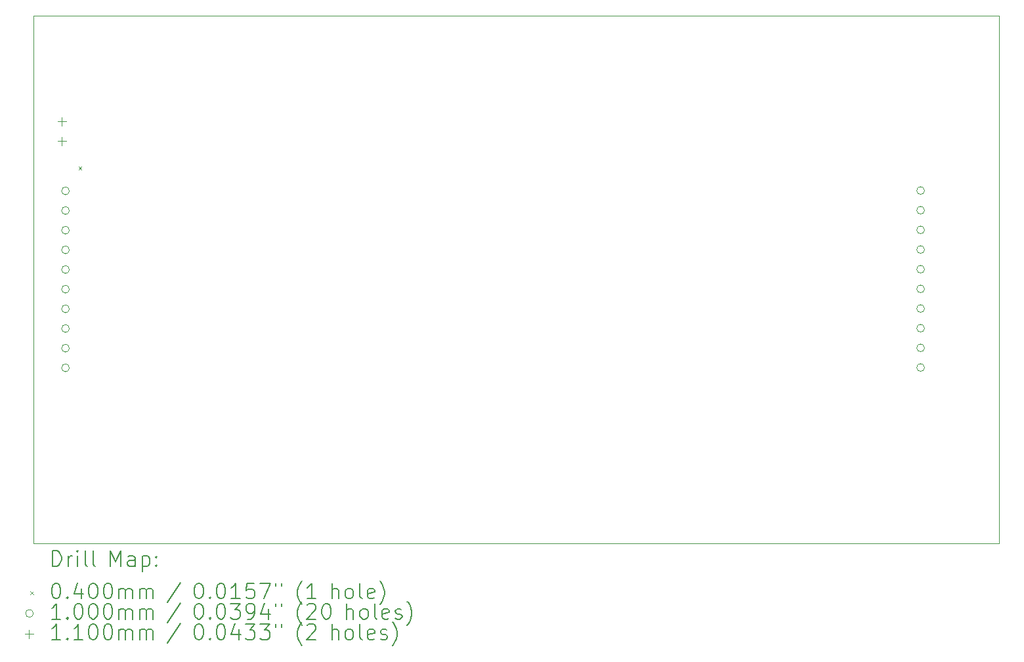
<source format=gbr>
%TF.GenerationSoftware,KiCad,Pcbnew,(7.0.0)*%
%TF.CreationDate,2023-02-28T19:32:44+01:00*%
%TF.ProjectId,Solar Cell offgrid Power,536f6c61-7220-4436-956c-6c206f666667,rev?*%
%TF.SameCoordinates,Original*%
%TF.FileFunction,Drillmap*%
%TF.FilePolarity,Positive*%
%FSLAX45Y45*%
G04 Gerber Fmt 4.5, Leading zero omitted, Abs format (unit mm)*
G04 Created by KiCad (PCBNEW (7.0.0)) date 2023-02-28 19:32:44*
%MOMM*%
%LPD*%
G01*
G04 APERTURE LIST*
%ADD10C,0.100000*%
%ADD11C,0.200000*%
%ADD12C,0.040000*%
%ADD13C,0.110000*%
G04 APERTURE END LIST*
D10*
X10919000Y-6569000D02*
X23371000Y-6569000D01*
X23371000Y-6569000D02*
X23371000Y-13378000D01*
X23371000Y-13378000D02*
X10919000Y-13378000D01*
X10919000Y-13378000D02*
X10919000Y-6569000D01*
D11*
D12*
X11497000Y-8515000D02*
X11537000Y-8555000D01*
X11537000Y-8515000D02*
X11497000Y-8555000D01*
D10*
X11379000Y-8829000D02*
G75*
G03*
X11379000Y-8829000I-50000J0D01*
G01*
X11379000Y-9083000D02*
G75*
G03*
X11379000Y-9083000I-50000J0D01*
G01*
X11379000Y-9337000D02*
G75*
G03*
X11379000Y-9337000I-50000J0D01*
G01*
X11379000Y-9591000D02*
G75*
G03*
X11379000Y-9591000I-50000J0D01*
G01*
X11379000Y-9845000D02*
G75*
G03*
X11379000Y-9845000I-50000J0D01*
G01*
X11379000Y-10099000D02*
G75*
G03*
X11379000Y-10099000I-50000J0D01*
G01*
X11379000Y-10353000D02*
G75*
G03*
X11379000Y-10353000I-50000J0D01*
G01*
X11379000Y-10607000D02*
G75*
G03*
X11379000Y-10607000I-50000J0D01*
G01*
X11379000Y-10861000D02*
G75*
G03*
X11379000Y-10861000I-50000J0D01*
G01*
X11379000Y-11115000D02*
G75*
G03*
X11379000Y-11115000I-50000J0D01*
G01*
X22408000Y-8825000D02*
G75*
G03*
X22408000Y-8825000I-50000J0D01*
G01*
X22408000Y-9079000D02*
G75*
G03*
X22408000Y-9079000I-50000J0D01*
G01*
X22408000Y-9333000D02*
G75*
G03*
X22408000Y-9333000I-50000J0D01*
G01*
X22408000Y-9587000D02*
G75*
G03*
X22408000Y-9587000I-50000J0D01*
G01*
X22408000Y-9841000D02*
G75*
G03*
X22408000Y-9841000I-50000J0D01*
G01*
X22408000Y-10095000D02*
G75*
G03*
X22408000Y-10095000I-50000J0D01*
G01*
X22408000Y-10349000D02*
G75*
G03*
X22408000Y-10349000I-50000J0D01*
G01*
X22408000Y-10603000D02*
G75*
G03*
X22408000Y-10603000I-50000J0D01*
G01*
X22408000Y-10857000D02*
G75*
G03*
X22408000Y-10857000I-50000J0D01*
G01*
X22408000Y-11111000D02*
G75*
G03*
X22408000Y-11111000I-50000J0D01*
G01*
D13*
X11283000Y-7878000D02*
X11283000Y-7988000D01*
X11228000Y-7933000D02*
X11338000Y-7933000D01*
X11283000Y-8132000D02*
X11283000Y-8242000D01*
X11228000Y-8187000D02*
X11338000Y-8187000D01*
D11*
X11161619Y-13676476D02*
X11161619Y-13476476D01*
X11161619Y-13476476D02*
X11209238Y-13476476D01*
X11209238Y-13476476D02*
X11237809Y-13486000D01*
X11237809Y-13486000D02*
X11256857Y-13505048D01*
X11256857Y-13505048D02*
X11266381Y-13524095D01*
X11266381Y-13524095D02*
X11275905Y-13562190D01*
X11275905Y-13562190D02*
X11275905Y-13590762D01*
X11275905Y-13590762D02*
X11266381Y-13628857D01*
X11266381Y-13628857D02*
X11256857Y-13647905D01*
X11256857Y-13647905D02*
X11237809Y-13666952D01*
X11237809Y-13666952D02*
X11209238Y-13676476D01*
X11209238Y-13676476D02*
X11161619Y-13676476D01*
X11361619Y-13676476D02*
X11361619Y-13543143D01*
X11361619Y-13581238D02*
X11371143Y-13562190D01*
X11371143Y-13562190D02*
X11380667Y-13552667D01*
X11380667Y-13552667D02*
X11399714Y-13543143D01*
X11399714Y-13543143D02*
X11418762Y-13543143D01*
X11485428Y-13676476D02*
X11485428Y-13543143D01*
X11485428Y-13476476D02*
X11475905Y-13486000D01*
X11475905Y-13486000D02*
X11485428Y-13495524D01*
X11485428Y-13495524D02*
X11494952Y-13486000D01*
X11494952Y-13486000D02*
X11485428Y-13476476D01*
X11485428Y-13476476D02*
X11485428Y-13495524D01*
X11609238Y-13676476D02*
X11590190Y-13666952D01*
X11590190Y-13666952D02*
X11580667Y-13647905D01*
X11580667Y-13647905D02*
X11580667Y-13476476D01*
X11714000Y-13676476D02*
X11694952Y-13666952D01*
X11694952Y-13666952D02*
X11685428Y-13647905D01*
X11685428Y-13647905D02*
X11685428Y-13476476D01*
X11910190Y-13676476D02*
X11910190Y-13476476D01*
X11910190Y-13476476D02*
X11976857Y-13619333D01*
X11976857Y-13619333D02*
X12043524Y-13476476D01*
X12043524Y-13476476D02*
X12043524Y-13676476D01*
X12224476Y-13676476D02*
X12224476Y-13571714D01*
X12224476Y-13571714D02*
X12214952Y-13552667D01*
X12214952Y-13552667D02*
X12195905Y-13543143D01*
X12195905Y-13543143D02*
X12157809Y-13543143D01*
X12157809Y-13543143D02*
X12138762Y-13552667D01*
X12224476Y-13666952D02*
X12205428Y-13676476D01*
X12205428Y-13676476D02*
X12157809Y-13676476D01*
X12157809Y-13676476D02*
X12138762Y-13666952D01*
X12138762Y-13666952D02*
X12129238Y-13647905D01*
X12129238Y-13647905D02*
X12129238Y-13628857D01*
X12129238Y-13628857D02*
X12138762Y-13609809D01*
X12138762Y-13609809D02*
X12157809Y-13600286D01*
X12157809Y-13600286D02*
X12205428Y-13600286D01*
X12205428Y-13600286D02*
X12224476Y-13590762D01*
X12319714Y-13543143D02*
X12319714Y-13743143D01*
X12319714Y-13552667D02*
X12338762Y-13543143D01*
X12338762Y-13543143D02*
X12376857Y-13543143D01*
X12376857Y-13543143D02*
X12395905Y-13552667D01*
X12395905Y-13552667D02*
X12405428Y-13562190D01*
X12405428Y-13562190D02*
X12414952Y-13581238D01*
X12414952Y-13581238D02*
X12414952Y-13638381D01*
X12414952Y-13638381D02*
X12405428Y-13657428D01*
X12405428Y-13657428D02*
X12395905Y-13666952D01*
X12395905Y-13666952D02*
X12376857Y-13676476D01*
X12376857Y-13676476D02*
X12338762Y-13676476D01*
X12338762Y-13676476D02*
X12319714Y-13666952D01*
X12500667Y-13657428D02*
X12510190Y-13666952D01*
X12510190Y-13666952D02*
X12500667Y-13676476D01*
X12500667Y-13676476D02*
X12491143Y-13666952D01*
X12491143Y-13666952D02*
X12500667Y-13657428D01*
X12500667Y-13657428D02*
X12500667Y-13676476D01*
X12500667Y-13552667D02*
X12510190Y-13562190D01*
X12510190Y-13562190D02*
X12500667Y-13571714D01*
X12500667Y-13571714D02*
X12491143Y-13562190D01*
X12491143Y-13562190D02*
X12500667Y-13552667D01*
X12500667Y-13552667D02*
X12500667Y-13571714D01*
D12*
X10874000Y-14003000D02*
X10914000Y-14043000D01*
X10914000Y-14003000D02*
X10874000Y-14043000D01*
D11*
X11199714Y-13896476D02*
X11218762Y-13896476D01*
X11218762Y-13896476D02*
X11237809Y-13906000D01*
X11237809Y-13906000D02*
X11247333Y-13915524D01*
X11247333Y-13915524D02*
X11256857Y-13934571D01*
X11256857Y-13934571D02*
X11266381Y-13972667D01*
X11266381Y-13972667D02*
X11266381Y-14020286D01*
X11266381Y-14020286D02*
X11256857Y-14058381D01*
X11256857Y-14058381D02*
X11247333Y-14077428D01*
X11247333Y-14077428D02*
X11237809Y-14086952D01*
X11237809Y-14086952D02*
X11218762Y-14096476D01*
X11218762Y-14096476D02*
X11199714Y-14096476D01*
X11199714Y-14096476D02*
X11180667Y-14086952D01*
X11180667Y-14086952D02*
X11171143Y-14077428D01*
X11171143Y-14077428D02*
X11161619Y-14058381D01*
X11161619Y-14058381D02*
X11152095Y-14020286D01*
X11152095Y-14020286D02*
X11152095Y-13972667D01*
X11152095Y-13972667D02*
X11161619Y-13934571D01*
X11161619Y-13934571D02*
X11171143Y-13915524D01*
X11171143Y-13915524D02*
X11180667Y-13906000D01*
X11180667Y-13906000D02*
X11199714Y-13896476D01*
X11352095Y-14077428D02*
X11361619Y-14086952D01*
X11361619Y-14086952D02*
X11352095Y-14096476D01*
X11352095Y-14096476D02*
X11342571Y-14086952D01*
X11342571Y-14086952D02*
X11352095Y-14077428D01*
X11352095Y-14077428D02*
X11352095Y-14096476D01*
X11533048Y-13963143D02*
X11533048Y-14096476D01*
X11485428Y-13886952D02*
X11437809Y-14029809D01*
X11437809Y-14029809D02*
X11561619Y-14029809D01*
X11675905Y-13896476D02*
X11694952Y-13896476D01*
X11694952Y-13896476D02*
X11714000Y-13906000D01*
X11714000Y-13906000D02*
X11723524Y-13915524D01*
X11723524Y-13915524D02*
X11733048Y-13934571D01*
X11733048Y-13934571D02*
X11742571Y-13972667D01*
X11742571Y-13972667D02*
X11742571Y-14020286D01*
X11742571Y-14020286D02*
X11733048Y-14058381D01*
X11733048Y-14058381D02*
X11723524Y-14077428D01*
X11723524Y-14077428D02*
X11714000Y-14086952D01*
X11714000Y-14086952D02*
X11694952Y-14096476D01*
X11694952Y-14096476D02*
X11675905Y-14096476D01*
X11675905Y-14096476D02*
X11656857Y-14086952D01*
X11656857Y-14086952D02*
X11647333Y-14077428D01*
X11647333Y-14077428D02*
X11637809Y-14058381D01*
X11637809Y-14058381D02*
X11628286Y-14020286D01*
X11628286Y-14020286D02*
X11628286Y-13972667D01*
X11628286Y-13972667D02*
X11637809Y-13934571D01*
X11637809Y-13934571D02*
X11647333Y-13915524D01*
X11647333Y-13915524D02*
X11656857Y-13906000D01*
X11656857Y-13906000D02*
X11675905Y-13896476D01*
X11866381Y-13896476D02*
X11885429Y-13896476D01*
X11885429Y-13896476D02*
X11904476Y-13906000D01*
X11904476Y-13906000D02*
X11914000Y-13915524D01*
X11914000Y-13915524D02*
X11923524Y-13934571D01*
X11923524Y-13934571D02*
X11933048Y-13972667D01*
X11933048Y-13972667D02*
X11933048Y-14020286D01*
X11933048Y-14020286D02*
X11923524Y-14058381D01*
X11923524Y-14058381D02*
X11914000Y-14077428D01*
X11914000Y-14077428D02*
X11904476Y-14086952D01*
X11904476Y-14086952D02*
X11885429Y-14096476D01*
X11885429Y-14096476D02*
X11866381Y-14096476D01*
X11866381Y-14096476D02*
X11847333Y-14086952D01*
X11847333Y-14086952D02*
X11837809Y-14077428D01*
X11837809Y-14077428D02*
X11828286Y-14058381D01*
X11828286Y-14058381D02*
X11818762Y-14020286D01*
X11818762Y-14020286D02*
X11818762Y-13972667D01*
X11818762Y-13972667D02*
X11828286Y-13934571D01*
X11828286Y-13934571D02*
X11837809Y-13915524D01*
X11837809Y-13915524D02*
X11847333Y-13906000D01*
X11847333Y-13906000D02*
X11866381Y-13896476D01*
X12018762Y-14096476D02*
X12018762Y-13963143D01*
X12018762Y-13982190D02*
X12028286Y-13972667D01*
X12028286Y-13972667D02*
X12047333Y-13963143D01*
X12047333Y-13963143D02*
X12075905Y-13963143D01*
X12075905Y-13963143D02*
X12094952Y-13972667D01*
X12094952Y-13972667D02*
X12104476Y-13991714D01*
X12104476Y-13991714D02*
X12104476Y-14096476D01*
X12104476Y-13991714D02*
X12114000Y-13972667D01*
X12114000Y-13972667D02*
X12133048Y-13963143D01*
X12133048Y-13963143D02*
X12161619Y-13963143D01*
X12161619Y-13963143D02*
X12180667Y-13972667D01*
X12180667Y-13972667D02*
X12190190Y-13991714D01*
X12190190Y-13991714D02*
X12190190Y-14096476D01*
X12285429Y-14096476D02*
X12285429Y-13963143D01*
X12285429Y-13982190D02*
X12294952Y-13972667D01*
X12294952Y-13972667D02*
X12314000Y-13963143D01*
X12314000Y-13963143D02*
X12342571Y-13963143D01*
X12342571Y-13963143D02*
X12361619Y-13972667D01*
X12361619Y-13972667D02*
X12371143Y-13991714D01*
X12371143Y-13991714D02*
X12371143Y-14096476D01*
X12371143Y-13991714D02*
X12380667Y-13972667D01*
X12380667Y-13972667D02*
X12399714Y-13963143D01*
X12399714Y-13963143D02*
X12428286Y-13963143D01*
X12428286Y-13963143D02*
X12447333Y-13972667D01*
X12447333Y-13972667D02*
X12456857Y-13991714D01*
X12456857Y-13991714D02*
X12456857Y-14096476D01*
X12814952Y-13886952D02*
X12643524Y-14144095D01*
X13039714Y-13896476D02*
X13058762Y-13896476D01*
X13058762Y-13896476D02*
X13077810Y-13906000D01*
X13077810Y-13906000D02*
X13087333Y-13915524D01*
X13087333Y-13915524D02*
X13096857Y-13934571D01*
X13096857Y-13934571D02*
X13106381Y-13972667D01*
X13106381Y-13972667D02*
X13106381Y-14020286D01*
X13106381Y-14020286D02*
X13096857Y-14058381D01*
X13096857Y-14058381D02*
X13087333Y-14077428D01*
X13087333Y-14077428D02*
X13077810Y-14086952D01*
X13077810Y-14086952D02*
X13058762Y-14096476D01*
X13058762Y-14096476D02*
X13039714Y-14096476D01*
X13039714Y-14096476D02*
X13020667Y-14086952D01*
X13020667Y-14086952D02*
X13011143Y-14077428D01*
X13011143Y-14077428D02*
X13001619Y-14058381D01*
X13001619Y-14058381D02*
X12992095Y-14020286D01*
X12992095Y-14020286D02*
X12992095Y-13972667D01*
X12992095Y-13972667D02*
X13001619Y-13934571D01*
X13001619Y-13934571D02*
X13011143Y-13915524D01*
X13011143Y-13915524D02*
X13020667Y-13906000D01*
X13020667Y-13906000D02*
X13039714Y-13896476D01*
X13192095Y-14077428D02*
X13201619Y-14086952D01*
X13201619Y-14086952D02*
X13192095Y-14096476D01*
X13192095Y-14096476D02*
X13182571Y-14086952D01*
X13182571Y-14086952D02*
X13192095Y-14077428D01*
X13192095Y-14077428D02*
X13192095Y-14096476D01*
X13325429Y-13896476D02*
X13344476Y-13896476D01*
X13344476Y-13896476D02*
X13363524Y-13906000D01*
X13363524Y-13906000D02*
X13373048Y-13915524D01*
X13373048Y-13915524D02*
X13382571Y-13934571D01*
X13382571Y-13934571D02*
X13392095Y-13972667D01*
X13392095Y-13972667D02*
X13392095Y-14020286D01*
X13392095Y-14020286D02*
X13382571Y-14058381D01*
X13382571Y-14058381D02*
X13373048Y-14077428D01*
X13373048Y-14077428D02*
X13363524Y-14086952D01*
X13363524Y-14086952D02*
X13344476Y-14096476D01*
X13344476Y-14096476D02*
X13325429Y-14096476D01*
X13325429Y-14096476D02*
X13306381Y-14086952D01*
X13306381Y-14086952D02*
X13296857Y-14077428D01*
X13296857Y-14077428D02*
X13287333Y-14058381D01*
X13287333Y-14058381D02*
X13277810Y-14020286D01*
X13277810Y-14020286D02*
X13277810Y-13972667D01*
X13277810Y-13972667D02*
X13287333Y-13934571D01*
X13287333Y-13934571D02*
X13296857Y-13915524D01*
X13296857Y-13915524D02*
X13306381Y-13906000D01*
X13306381Y-13906000D02*
X13325429Y-13896476D01*
X13582571Y-14096476D02*
X13468286Y-14096476D01*
X13525429Y-14096476D02*
X13525429Y-13896476D01*
X13525429Y-13896476D02*
X13506381Y-13925048D01*
X13506381Y-13925048D02*
X13487333Y-13944095D01*
X13487333Y-13944095D02*
X13468286Y-13953619D01*
X13763524Y-13896476D02*
X13668286Y-13896476D01*
X13668286Y-13896476D02*
X13658762Y-13991714D01*
X13658762Y-13991714D02*
X13668286Y-13982190D01*
X13668286Y-13982190D02*
X13687333Y-13972667D01*
X13687333Y-13972667D02*
X13734952Y-13972667D01*
X13734952Y-13972667D02*
X13754000Y-13982190D01*
X13754000Y-13982190D02*
X13763524Y-13991714D01*
X13763524Y-13991714D02*
X13773048Y-14010762D01*
X13773048Y-14010762D02*
X13773048Y-14058381D01*
X13773048Y-14058381D02*
X13763524Y-14077428D01*
X13763524Y-14077428D02*
X13754000Y-14086952D01*
X13754000Y-14086952D02*
X13734952Y-14096476D01*
X13734952Y-14096476D02*
X13687333Y-14096476D01*
X13687333Y-14096476D02*
X13668286Y-14086952D01*
X13668286Y-14086952D02*
X13658762Y-14077428D01*
X13839714Y-13896476D02*
X13973048Y-13896476D01*
X13973048Y-13896476D02*
X13887333Y-14096476D01*
X14039714Y-13896476D02*
X14039714Y-13934571D01*
X14115905Y-13896476D02*
X14115905Y-13934571D01*
X14378762Y-14172667D02*
X14369238Y-14163143D01*
X14369238Y-14163143D02*
X14350191Y-14134571D01*
X14350191Y-14134571D02*
X14340667Y-14115524D01*
X14340667Y-14115524D02*
X14331143Y-14086952D01*
X14331143Y-14086952D02*
X14321619Y-14039333D01*
X14321619Y-14039333D02*
X14321619Y-14001238D01*
X14321619Y-14001238D02*
X14331143Y-13953619D01*
X14331143Y-13953619D02*
X14340667Y-13925048D01*
X14340667Y-13925048D02*
X14350191Y-13906000D01*
X14350191Y-13906000D02*
X14369238Y-13877428D01*
X14369238Y-13877428D02*
X14378762Y-13867905D01*
X14559714Y-14096476D02*
X14445429Y-14096476D01*
X14502571Y-14096476D02*
X14502571Y-13896476D01*
X14502571Y-13896476D02*
X14483524Y-13925048D01*
X14483524Y-13925048D02*
X14464476Y-13944095D01*
X14464476Y-13944095D02*
X14445429Y-13953619D01*
X14765429Y-14096476D02*
X14765429Y-13896476D01*
X14851143Y-14096476D02*
X14851143Y-13991714D01*
X14851143Y-13991714D02*
X14841619Y-13972667D01*
X14841619Y-13972667D02*
X14822572Y-13963143D01*
X14822572Y-13963143D02*
X14794000Y-13963143D01*
X14794000Y-13963143D02*
X14774952Y-13972667D01*
X14774952Y-13972667D02*
X14765429Y-13982190D01*
X14974952Y-14096476D02*
X14955905Y-14086952D01*
X14955905Y-14086952D02*
X14946381Y-14077428D01*
X14946381Y-14077428D02*
X14936857Y-14058381D01*
X14936857Y-14058381D02*
X14936857Y-14001238D01*
X14936857Y-14001238D02*
X14946381Y-13982190D01*
X14946381Y-13982190D02*
X14955905Y-13972667D01*
X14955905Y-13972667D02*
X14974952Y-13963143D01*
X14974952Y-13963143D02*
X15003524Y-13963143D01*
X15003524Y-13963143D02*
X15022572Y-13972667D01*
X15022572Y-13972667D02*
X15032095Y-13982190D01*
X15032095Y-13982190D02*
X15041619Y-14001238D01*
X15041619Y-14001238D02*
X15041619Y-14058381D01*
X15041619Y-14058381D02*
X15032095Y-14077428D01*
X15032095Y-14077428D02*
X15022572Y-14086952D01*
X15022572Y-14086952D02*
X15003524Y-14096476D01*
X15003524Y-14096476D02*
X14974952Y-14096476D01*
X15155905Y-14096476D02*
X15136857Y-14086952D01*
X15136857Y-14086952D02*
X15127333Y-14067905D01*
X15127333Y-14067905D02*
X15127333Y-13896476D01*
X15308286Y-14086952D02*
X15289238Y-14096476D01*
X15289238Y-14096476D02*
X15251143Y-14096476D01*
X15251143Y-14096476D02*
X15232095Y-14086952D01*
X15232095Y-14086952D02*
X15222572Y-14067905D01*
X15222572Y-14067905D02*
X15222572Y-13991714D01*
X15222572Y-13991714D02*
X15232095Y-13972667D01*
X15232095Y-13972667D02*
X15251143Y-13963143D01*
X15251143Y-13963143D02*
X15289238Y-13963143D01*
X15289238Y-13963143D02*
X15308286Y-13972667D01*
X15308286Y-13972667D02*
X15317810Y-13991714D01*
X15317810Y-13991714D02*
X15317810Y-14010762D01*
X15317810Y-14010762D02*
X15222572Y-14029809D01*
X15384476Y-14172667D02*
X15394000Y-14163143D01*
X15394000Y-14163143D02*
X15413048Y-14134571D01*
X15413048Y-14134571D02*
X15422572Y-14115524D01*
X15422572Y-14115524D02*
X15432095Y-14086952D01*
X15432095Y-14086952D02*
X15441619Y-14039333D01*
X15441619Y-14039333D02*
X15441619Y-14001238D01*
X15441619Y-14001238D02*
X15432095Y-13953619D01*
X15432095Y-13953619D02*
X15422572Y-13925048D01*
X15422572Y-13925048D02*
X15413048Y-13906000D01*
X15413048Y-13906000D02*
X15394000Y-13877428D01*
X15394000Y-13877428D02*
X15384476Y-13867905D01*
D10*
X10914000Y-14287000D02*
G75*
G03*
X10914000Y-14287000I-50000J0D01*
G01*
D11*
X11266381Y-14360476D02*
X11152095Y-14360476D01*
X11209238Y-14360476D02*
X11209238Y-14160476D01*
X11209238Y-14160476D02*
X11190190Y-14189048D01*
X11190190Y-14189048D02*
X11171143Y-14208095D01*
X11171143Y-14208095D02*
X11152095Y-14217619D01*
X11352095Y-14341428D02*
X11361619Y-14350952D01*
X11361619Y-14350952D02*
X11352095Y-14360476D01*
X11352095Y-14360476D02*
X11342571Y-14350952D01*
X11342571Y-14350952D02*
X11352095Y-14341428D01*
X11352095Y-14341428D02*
X11352095Y-14360476D01*
X11485428Y-14160476D02*
X11504476Y-14160476D01*
X11504476Y-14160476D02*
X11523524Y-14170000D01*
X11523524Y-14170000D02*
X11533048Y-14179524D01*
X11533048Y-14179524D02*
X11542571Y-14198571D01*
X11542571Y-14198571D02*
X11552095Y-14236667D01*
X11552095Y-14236667D02*
X11552095Y-14284286D01*
X11552095Y-14284286D02*
X11542571Y-14322381D01*
X11542571Y-14322381D02*
X11533048Y-14341428D01*
X11533048Y-14341428D02*
X11523524Y-14350952D01*
X11523524Y-14350952D02*
X11504476Y-14360476D01*
X11504476Y-14360476D02*
X11485428Y-14360476D01*
X11485428Y-14360476D02*
X11466381Y-14350952D01*
X11466381Y-14350952D02*
X11456857Y-14341428D01*
X11456857Y-14341428D02*
X11447333Y-14322381D01*
X11447333Y-14322381D02*
X11437809Y-14284286D01*
X11437809Y-14284286D02*
X11437809Y-14236667D01*
X11437809Y-14236667D02*
X11447333Y-14198571D01*
X11447333Y-14198571D02*
X11456857Y-14179524D01*
X11456857Y-14179524D02*
X11466381Y-14170000D01*
X11466381Y-14170000D02*
X11485428Y-14160476D01*
X11675905Y-14160476D02*
X11694952Y-14160476D01*
X11694952Y-14160476D02*
X11714000Y-14170000D01*
X11714000Y-14170000D02*
X11723524Y-14179524D01*
X11723524Y-14179524D02*
X11733048Y-14198571D01*
X11733048Y-14198571D02*
X11742571Y-14236667D01*
X11742571Y-14236667D02*
X11742571Y-14284286D01*
X11742571Y-14284286D02*
X11733048Y-14322381D01*
X11733048Y-14322381D02*
X11723524Y-14341428D01*
X11723524Y-14341428D02*
X11714000Y-14350952D01*
X11714000Y-14350952D02*
X11694952Y-14360476D01*
X11694952Y-14360476D02*
X11675905Y-14360476D01*
X11675905Y-14360476D02*
X11656857Y-14350952D01*
X11656857Y-14350952D02*
X11647333Y-14341428D01*
X11647333Y-14341428D02*
X11637809Y-14322381D01*
X11637809Y-14322381D02*
X11628286Y-14284286D01*
X11628286Y-14284286D02*
X11628286Y-14236667D01*
X11628286Y-14236667D02*
X11637809Y-14198571D01*
X11637809Y-14198571D02*
X11647333Y-14179524D01*
X11647333Y-14179524D02*
X11656857Y-14170000D01*
X11656857Y-14170000D02*
X11675905Y-14160476D01*
X11866381Y-14160476D02*
X11885429Y-14160476D01*
X11885429Y-14160476D02*
X11904476Y-14170000D01*
X11904476Y-14170000D02*
X11914000Y-14179524D01*
X11914000Y-14179524D02*
X11923524Y-14198571D01*
X11923524Y-14198571D02*
X11933048Y-14236667D01*
X11933048Y-14236667D02*
X11933048Y-14284286D01*
X11933048Y-14284286D02*
X11923524Y-14322381D01*
X11923524Y-14322381D02*
X11914000Y-14341428D01*
X11914000Y-14341428D02*
X11904476Y-14350952D01*
X11904476Y-14350952D02*
X11885429Y-14360476D01*
X11885429Y-14360476D02*
X11866381Y-14360476D01*
X11866381Y-14360476D02*
X11847333Y-14350952D01*
X11847333Y-14350952D02*
X11837809Y-14341428D01*
X11837809Y-14341428D02*
X11828286Y-14322381D01*
X11828286Y-14322381D02*
X11818762Y-14284286D01*
X11818762Y-14284286D02*
X11818762Y-14236667D01*
X11818762Y-14236667D02*
X11828286Y-14198571D01*
X11828286Y-14198571D02*
X11837809Y-14179524D01*
X11837809Y-14179524D02*
X11847333Y-14170000D01*
X11847333Y-14170000D02*
X11866381Y-14160476D01*
X12018762Y-14360476D02*
X12018762Y-14227143D01*
X12018762Y-14246190D02*
X12028286Y-14236667D01*
X12028286Y-14236667D02*
X12047333Y-14227143D01*
X12047333Y-14227143D02*
X12075905Y-14227143D01*
X12075905Y-14227143D02*
X12094952Y-14236667D01*
X12094952Y-14236667D02*
X12104476Y-14255714D01*
X12104476Y-14255714D02*
X12104476Y-14360476D01*
X12104476Y-14255714D02*
X12114000Y-14236667D01*
X12114000Y-14236667D02*
X12133048Y-14227143D01*
X12133048Y-14227143D02*
X12161619Y-14227143D01*
X12161619Y-14227143D02*
X12180667Y-14236667D01*
X12180667Y-14236667D02*
X12190190Y-14255714D01*
X12190190Y-14255714D02*
X12190190Y-14360476D01*
X12285429Y-14360476D02*
X12285429Y-14227143D01*
X12285429Y-14246190D02*
X12294952Y-14236667D01*
X12294952Y-14236667D02*
X12314000Y-14227143D01*
X12314000Y-14227143D02*
X12342571Y-14227143D01*
X12342571Y-14227143D02*
X12361619Y-14236667D01*
X12361619Y-14236667D02*
X12371143Y-14255714D01*
X12371143Y-14255714D02*
X12371143Y-14360476D01*
X12371143Y-14255714D02*
X12380667Y-14236667D01*
X12380667Y-14236667D02*
X12399714Y-14227143D01*
X12399714Y-14227143D02*
X12428286Y-14227143D01*
X12428286Y-14227143D02*
X12447333Y-14236667D01*
X12447333Y-14236667D02*
X12456857Y-14255714D01*
X12456857Y-14255714D02*
X12456857Y-14360476D01*
X12814952Y-14150952D02*
X12643524Y-14408095D01*
X13039714Y-14160476D02*
X13058762Y-14160476D01*
X13058762Y-14160476D02*
X13077810Y-14170000D01*
X13077810Y-14170000D02*
X13087333Y-14179524D01*
X13087333Y-14179524D02*
X13096857Y-14198571D01*
X13096857Y-14198571D02*
X13106381Y-14236667D01*
X13106381Y-14236667D02*
X13106381Y-14284286D01*
X13106381Y-14284286D02*
X13096857Y-14322381D01*
X13096857Y-14322381D02*
X13087333Y-14341428D01*
X13087333Y-14341428D02*
X13077810Y-14350952D01*
X13077810Y-14350952D02*
X13058762Y-14360476D01*
X13058762Y-14360476D02*
X13039714Y-14360476D01*
X13039714Y-14360476D02*
X13020667Y-14350952D01*
X13020667Y-14350952D02*
X13011143Y-14341428D01*
X13011143Y-14341428D02*
X13001619Y-14322381D01*
X13001619Y-14322381D02*
X12992095Y-14284286D01*
X12992095Y-14284286D02*
X12992095Y-14236667D01*
X12992095Y-14236667D02*
X13001619Y-14198571D01*
X13001619Y-14198571D02*
X13011143Y-14179524D01*
X13011143Y-14179524D02*
X13020667Y-14170000D01*
X13020667Y-14170000D02*
X13039714Y-14160476D01*
X13192095Y-14341428D02*
X13201619Y-14350952D01*
X13201619Y-14350952D02*
X13192095Y-14360476D01*
X13192095Y-14360476D02*
X13182571Y-14350952D01*
X13182571Y-14350952D02*
X13192095Y-14341428D01*
X13192095Y-14341428D02*
X13192095Y-14360476D01*
X13325429Y-14160476D02*
X13344476Y-14160476D01*
X13344476Y-14160476D02*
X13363524Y-14170000D01*
X13363524Y-14170000D02*
X13373048Y-14179524D01*
X13373048Y-14179524D02*
X13382571Y-14198571D01*
X13382571Y-14198571D02*
X13392095Y-14236667D01*
X13392095Y-14236667D02*
X13392095Y-14284286D01*
X13392095Y-14284286D02*
X13382571Y-14322381D01*
X13382571Y-14322381D02*
X13373048Y-14341428D01*
X13373048Y-14341428D02*
X13363524Y-14350952D01*
X13363524Y-14350952D02*
X13344476Y-14360476D01*
X13344476Y-14360476D02*
X13325429Y-14360476D01*
X13325429Y-14360476D02*
X13306381Y-14350952D01*
X13306381Y-14350952D02*
X13296857Y-14341428D01*
X13296857Y-14341428D02*
X13287333Y-14322381D01*
X13287333Y-14322381D02*
X13277810Y-14284286D01*
X13277810Y-14284286D02*
X13277810Y-14236667D01*
X13277810Y-14236667D02*
X13287333Y-14198571D01*
X13287333Y-14198571D02*
X13296857Y-14179524D01*
X13296857Y-14179524D02*
X13306381Y-14170000D01*
X13306381Y-14170000D02*
X13325429Y-14160476D01*
X13458762Y-14160476D02*
X13582571Y-14160476D01*
X13582571Y-14160476D02*
X13515905Y-14236667D01*
X13515905Y-14236667D02*
X13544476Y-14236667D01*
X13544476Y-14236667D02*
X13563524Y-14246190D01*
X13563524Y-14246190D02*
X13573048Y-14255714D01*
X13573048Y-14255714D02*
X13582571Y-14274762D01*
X13582571Y-14274762D02*
X13582571Y-14322381D01*
X13582571Y-14322381D02*
X13573048Y-14341428D01*
X13573048Y-14341428D02*
X13563524Y-14350952D01*
X13563524Y-14350952D02*
X13544476Y-14360476D01*
X13544476Y-14360476D02*
X13487333Y-14360476D01*
X13487333Y-14360476D02*
X13468286Y-14350952D01*
X13468286Y-14350952D02*
X13458762Y-14341428D01*
X13677810Y-14360476D02*
X13715905Y-14360476D01*
X13715905Y-14360476D02*
X13734952Y-14350952D01*
X13734952Y-14350952D02*
X13744476Y-14341428D01*
X13744476Y-14341428D02*
X13763524Y-14312857D01*
X13763524Y-14312857D02*
X13773048Y-14274762D01*
X13773048Y-14274762D02*
X13773048Y-14198571D01*
X13773048Y-14198571D02*
X13763524Y-14179524D01*
X13763524Y-14179524D02*
X13754000Y-14170000D01*
X13754000Y-14170000D02*
X13734952Y-14160476D01*
X13734952Y-14160476D02*
X13696857Y-14160476D01*
X13696857Y-14160476D02*
X13677810Y-14170000D01*
X13677810Y-14170000D02*
X13668286Y-14179524D01*
X13668286Y-14179524D02*
X13658762Y-14198571D01*
X13658762Y-14198571D02*
X13658762Y-14246190D01*
X13658762Y-14246190D02*
X13668286Y-14265238D01*
X13668286Y-14265238D02*
X13677810Y-14274762D01*
X13677810Y-14274762D02*
X13696857Y-14284286D01*
X13696857Y-14284286D02*
X13734952Y-14284286D01*
X13734952Y-14284286D02*
X13754000Y-14274762D01*
X13754000Y-14274762D02*
X13763524Y-14265238D01*
X13763524Y-14265238D02*
X13773048Y-14246190D01*
X13944476Y-14227143D02*
X13944476Y-14360476D01*
X13896857Y-14150952D02*
X13849238Y-14293809D01*
X13849238Y-14293809D02*
X13973048Y-14293809D01*
X14039714Y-14160476D02*
X14039714Y-14198571D01*
X14115905Y-14160476D02*
X14115905Y-14198571D01*
X14378762Y-14436667D02*
X14369238Y-14427143D01*
X14369238Y-14427143D02*
X14350191Y-14398571D01*
X14350191Y-14398571D02*
X14340667Y-14379524D01*
X14340667Y-14379524D02*
X14331143Y-14350952D01*
X14331143Y-14350952D02*
X14321619Y-14303333D01*
X14321619Y-14303333D02*
X14321619Y-14265238D01*
X14321619Y-14265238D02*
X14331143Y-14217619D01*
X14331143Y-14217619D02*
X14340667Y-14189048D01*
X14340667Y-14189048D02*
X14350191Y-14170000D01*
X14350191Y-14170000D02*
X14369238Y-14141428D01*
X14369238Y-14141428D02*
X14378762Y-14131905D01*
X14445429Y-14179524D02*
X14454952Y-14170000D01*
X14454952Y-14170000D02*
X14474000Y-14160476D01*
X14474000Y-14160476D02*
X14521619Y-14160476D01*
X14521619Y-14160476D02*
X14540667Y-14170000D01*
X14540667Y-14170000D02*
X14550191Y-14179524D01*
X14550191Y-14179524D02*
X14559714Y-14198571D01*
X14559714Y-14198571D02*
X14559714Y-14217619D01*
X14559714Y-14217619D02*
X14550191Y-14246190D01*
X14550191Y-14246190D02*
X14435905Y-14360476D01*
X14435905Y-14360476D02*
X14559714Y-14360476D01*
X14683524Y-14160476D02*
X14702572Y-14160476D01*
X14702572Y-14160476D02*
X14721619Y-14170000D01*
X14721619Y-14170000D02*
X14731143Y-14179524D01*
X14731143Y-14179524D02*
X14740667Y-14198571D01*
X14740667Y-14198571D02*
X14750191Y-14236667D01*
X14750191Y-14236667D02*
X14750191Y-14284286D01*
X14750191Y-14284286D02*
X14740667Y-14322381D01*
X14740667Y-14322381D02*
X14731143Y-14341428D01*
X14731143Y-14341428D02*
X14721619Y-14350952D01*
X14721619Y-14350952D02*
X14702572Y-14360476D01*
X14702572Y-14360476D02*
X14683524Y-14360476D01*
X14683524Y-14360476D02*
X14664476Y-14350952D01*
X14664476Y-14350952D02*
X14654952Y-14341428D01*
X14654952Y-14341428D02*
X14645429Y-14322381D01*
X14645429Y-14322381D02*
X14635905Y-14284286D01*
X14635905Y-14284286D02*
X14635905Y-14236667D01*
X14635905Y-14236667D02*
X14645429Y-14198571D01*
X14645429Y-14198571D02*
X14654952Y-14179524D01*
X14654952Y-14179524D02*
X14664476Y-14170000D01*
X14664476Y-14170000D02*
X14683524Y-14160476D01*
X14955905Y-14360476D02*
X14955905Y-14160476D01*
X15041619Y-14360476D02*
X15041619Y-14255714D01*
X15041619Y-14255714D02*
X15032095Y-14236667D01*
X15032095Y-14236667D02*
X15013048Y-14227143D01*
X15013048Y-14227143D02*
X14984476Y-14227143D01*
X14984476Y-14227143D02*
X14965429Y-14236667D01*
X14965429Y-14236667D02*
X14955905Y-14246190D01*
X15165429Y-14360476D02*
X15146381Y-14350952D01*
X15146381Y-14350952D02*
X15136857Y-14341428D01*
X15136857Y-14341428D02*
X15127333Y-14322381D01*
X15127333Y-14322381D02*
X15127333Y-14265238D01*
X15127333Y-14265238D02*
X15136857Y-14246190D01*
X15136857Y-14246190D02*
X15146381Y-14236667D01*
X15146381Y-14236667D02*
X15165429Y-14227143D01*
X15165429Y-14227143D02*
X15194000Y-14227143D01*
X15194000Y-14227143D02*
X15213048Y-14236667D01*
X15213048Y-14236667D02*
X15222572Y-14246190D01*
X15222572Y-14246190D02*
X15232095Y-14265238D01*
X15232095Y-14265238D02*
X15232095Y-14322381D01*
X15232095Y-14322381D02*
X15222572Y-14341428D01*
X15222572Y-14341428D02*
X15213048Y-14350952D01*
X15213048Y-14350952D02*
X15194000Y-14360476D01*
X15194000Y-14360476D02*
X15165429Y-14360476D01*
X15346381Y-14360476D02*
X15327333Y-14350952D01*
X15327333Y-14350952D02*
X15317810Y-14331905D01*
X15317810Y-14331905D02*
X15317810Y-14160476D01*
X15498762Y-14350952D02*
X15479714Y-14360476D01*
X15479714Y-14360476D02*
X15441619Y-14360476D01*
X15441619Y-14360476D02*
X15422572Y-14350952D01*
X15422572Y-14350952D02*
X15413048Y-14331905D01*
X15413048Y-14331905D02*
X15413048Y-14255714D01*
X15413048Y-14255714D02*
X15422572Y-14236667D01*
X15422572Y-14236667D02*
X15441619Y-14227143D01*
X15441619Y-14227143D02*
X15479714Y-14227143D01*
X15479714Y-14227143D02*
X15498762Y-14236667D01*
X15498762Y-14236667D02*
X15508286Y-14255714D01*
X15508286Y-14255714D02*
X15508286Y-14274762D01*
X15508286Y-14274762D02*
X15413048Y-14293809D01*
X15584476Y-14350952D02*
X15603524Y-14360476D01*
X15603524Y-14360476D02*
X15641619Y-14360476D01*
X15641619Y-14360476D02*
X15660667Y-14350952D01*
X15660667Y-14350952D02*
X15670191Y-14331905D01*
X15670191Y-14331905D02*
X15670191Y-14322381D01*
X15670191Y-14322381D02*
X15660667Y-14303333D01*
X15660667Y-14303333D02*
X15641619Y-14293809D01*
X15641619Y-14293809D02*
X15613048Y-14293809D01*
X15613048Y-14293809D02*
X15594000Y-14284286D01*
X15594000Y-14284286D02*
X15584476Y-14265238D01*
X15584476Y-14265238D02*
X15584476Y-14255714D01*
X15584476Y-14255714D02*
X15594000Y-14236667D01*
X15594000Y-14236667D02*
X15613048Y-14227143D01*
X15613048Y-14227143D02*
X15641619Y-14227143D01*
X15641619Y-14227143D02*
X15660667Y-14236667D01*
X15736857Y-14436667D02*
X15746381Y-14427143D01*
X15746381Y-14427143D02*
X15765429Y-14398571D01*
X15765429Y-14398571D02*
X15774953Y-14379524D01*
X15774953Y-14379524D02*
X15784476Y-14350952D01*
X15784476Y-14350952D02*
X15794000Y-14303333D01*
X15794000Y-14303333D02*
X15794000Y-14265238D01*
X15794000Y-14265238D02*
X15784476Y-14217619D01*
X15784476Y-14217619D02*
X15774953Y-14189048D01*
X15774953Y-14189048D02*
X15765429Y-14170000D01*
X15765429Y-14170000D02*
X15746381Y-14141428D01*
X15746381Y-14141428D02*
X15736857Y-14131905D01*
D13*
X10859000Y-14496000D02*
X10859000Y-14606000D01*
X10804000Y-14551000D02*
X10914000Y-14551000D01*
D11*
X11266381Y-14624476D02*
X11152095Y-14624476D01*
X11209238Y-14624476D02*
X11209238Y-14424476D01*
X11209238Y-14424476D02*
X11190190Y-14453048D01*
X11190190Y-14453048D02*
X11171143Y-14472095D01*
X11171143Y-14472095D02*
X11152095Y-14481619D01*
X11352095Y-14605428D02*
X11361619Y-14614952D01*
X11361619Y-14614952D02*
X11352095Y-14624476D01*
X11352095Y-14624476D02*
X11342571Y-14614952D01*
X11342571Y-14614952D02*
X11352095Y-14605428D01*
X11352095Y-14605428D02*
X11352095Y-14624476D01*
X11552095Y-14624476D02*
X11437809Y-14624476D01*
X11494952Y-14624476D02*
X11494952Y-14424476D01*
X11494952Y-14424476D02*
X11475905Y-14453048D01*
X11475905Y-14453048D02*
X11456857Y-14472095D01*
X11456857Y-14472095D02*
X11437809Y-14481619D01*
X11675905Y-14424476D02*
X11694952Y-14424476D01*
X11694952Y-14424476D02*
X11714000Y-14434000D01*
X11714000Y-14434000D02*
X11723524Y-14443524D01*
X11723524Y-14443524D02*
X11733048Y-14462571D01*
X11733048Y-14462571D02*
X11742571Y-14500667D01*
X11742571Y-14500667D02*
X11742571Y-14548286D01*
X11742571Y-14548286D02*
X11733048Y-14586381D01*
X11733048Y-14586381D02*
X11723524Y-14605428D01*
X11723524Y-14605428D02*
X11714000Y-14614952D01*
X11714000Y-14614952D02*
X11694952Y-14624476D01*
X11694952Y-14624476D02*
X11675905Y-14624476D01*
X11675905Y-14624476D02*
X11656857Y-14614952D01*
X11656857Y-14614952D02*
X11647333Y-14605428D01*
X11647333Y-14605428D02*
X11637809Y-14586381D01*
X11637809Y-14586381D02*
X11628286Y-14548286D01*
X11628286Y-14548286D02*
X11628286Y-14500667D01*
X11628286Y-14500667D02*
X11637809Y-14462571D01*
X11637809Y-14462571D02*
X11647333Y-14443524D01*
X11647333Y-14443524D02*
X11656857Y-14434000D01*
X11656857Y-14434000D02*
X11675905Y-14424476D01*
X11866381Y-14424476D02*
X11885429Y-14424476D01*
X11885429Y-14424476D02*
X11904476Y-14434000D01*
X11904476Y-14434000D02*
X11914000Y-14443524D01*
X11914000Y-14443524D02*
X11923524Y-14462571D01*
X11923524Y-14462571D02*
X11933048Y-14500667D01*
X11933048Y-14500667D02*
X11933048Y-14548286D01*
X11933048Y-14548286D02*
X11923524Y-14586381D01*
X11923524Y-14586381D02*
X11914000Y-14605428D01*
X11914000Y-14605428D02*
X11904476Y-14614952D01*
X11904476Y-14614952D02*
X11885429Y-14624476D01*
X11885429Y-14624476D02*
X11866381Y-14624476D01*
X11866381Y-14624476D02*
X11847333Y-14614952D01*
X11847333Y-14614952D02*
X11837809Y-14605428D01*
X11837809Y-14605428D02*
X11828286Y-14586381D01*
X11828286Y-14586381D02*
X11818762Y-14548286D01*
X11818762Y-14548286D02*
X11818762Y-14500667D01*
X11818762Y-14500667D02*
X11828286Y-14462571D01*
X11828286Y-14462571D02*
X11837809Y-14443524D01*
X11837809Y-14443524D02*
X11847333Y-14434000D01*
X11847333Y-14434000D02*
X11866381Y-14424476D01*
X12018762Y-14624476D02*
X12018762Y-14491143D01*
X12018762Y-14510190D02*
X12028286Y-14500667D01*
X12028286Y-14500667D02*
X12047333Y-14491143D01*
X12047333Y-14491143D02*
X12075905Y-14491143D01*
X12075905Y-14491143D02*
X12094952Y-14500667D01*
X12094952Y-14500667D02*
X12104476Y-14519714D01*
X12104476Y-14519714D02*
X12104476Y-14624476D01*
X12104476Y-14519714D02*
X12114000Y-14500667D01*
X12114000Y-14500667D02*
X12133048Y-14491143D01*
X12133048Y-14491143D02*
X12161619Y-14491143D01*
X12161619Y-14491143D02*
X12180667Y-14500667D01*
X12180667Y-14500667D02*
X12190190Y-14519714D01*
X12190190Y-14519714D02*
X12190190Y-14624476D01*
X12285429Y-14624476D02*
X12285429Y-14491143D01*
X12285429Y-14510190D02*
X12294952Y-14500667D01*
X12294952Y-14500667D02*
X12314000Y-14491143D01*
X12314000Y-14491143D02*
X12342571Y-14491143D01*
X12342571Y-14491143D02*
X12361619Y-14500667D01*
X12361619Y-14500667D02*
X12371143Y-14519714D01*
X12371143Y-14519714D02*
X12371143Y-14624476D01*
X12371143Y-14519714D02*
X12380667Y-14500667D01*
X12380667Y-14500667D02*
X12399714Y-14491143D01*
X12399714Y-14491143D02*
X12428286Y-14491143D01*
X12428286Y-14491143D02*
X12447333Y-14500667D01*
X12447333Y-14500667D02*
X12456857Y-14519714D01*
X12456857Y-14519714D02*
X12456857Y-14624476D01*
X12814952Y-14414952D02*
X12643524Y-14672095D01*
X13039714Y-14424476D02*
X13058762Y-14424476D01*
X13058762Y-14424476D02*
X13077810Y-14434000D01*
X13077810Y-14434000D02*
X13087333Y-14443524D01*
X13087333Y-14443524D02*
X13096857Y-14462571D01*
X13096857Y-14462571D02*
X13106381Y-14500667D01*
X13106381Y-14500667D02*
X13106381Y-14548286D01*
X13106381Y-14548286D02*
X13096857Y-14586381D01*
X13096857Y-14586381D02*
X13087333Y-14605428D01*
X13087333Y-14605428D02*
X13077810Y-14614952D01*
X13077810Y-14614952D02*
X13058762Y-14624476D01*
X13058762Y-14624476D02*
X13039714Y-14624476D01*
X13039714Y-14624476D02*
X13020667Y-14614952D01*
X13020667Y-14614952D02*
X13011143Y-14605428D01*
X13011143Y-14605428D02*
X13001619Y-14586381D01*
X13001619Y-14586381D02*
X12992095Y-14548286D01*
X12992095Y-14548286D02*
X12992095Y-14500667D01*
X12992095Y-14500667D02*
X13001619Y-14462571D01*
X13001619Y-14462571D02*
X13011143Y-14443524D01*
X13011143Y-14443524D02*
X13020667Y-14434000D01*
X13020667Y-14434000D02*
X13039714Y-14424476D01*
X13192095Y-14605428D02*
X13201619Y-14614952D01*
X13201619Y-14614952D02*
X13192095Y-14624476D01*
X13192095Y-14624476D02*
X13182571Y-14614952D01*
X13182571Y-14614952D02*
X13192095Y-14605428D01*
X13192095Y-14605428D02*
X13192095Y-14624476D01*
X13325429Y-14424476D02*
X13344476Y-14424476D01*
X13344476Y-14424476D02*
X13363524Y-14434000D01*
X13363524Y-14434000D02*
X13373048Y-14443524D01*
X13373048Y-14443524D02*
X13382571Y-14462571D01*
X13382571Y-14462571D02*
X13392095Y-14500667D01*
X13392095Y-14500667D02*
X13392095Y-14548286D01*
X13392095Y-14548286D02*
X13382571Y-14586381D01*
X13382571Y-14586381D02*
X13373048Y-14605428D01*
X13373048Y-14605428D02*
X13363524Y-14614952D01*
X13363524Y-14614952D02*
X13344476Y-14624476D01*
X13344476Y-14624476D02*
X13325429Y-14624476D01*
X13325429Y-14624476D02*
X13306381Y-14614952D01*
X13306381Y-14614952D02*
X13296857Y-14605428D01*
X13296857Y-14605428D02*
X13287333Y-14586381D01*
X13287333Y-14586381D02*
X13277810Y-14548286D01*
X13277810Y-14548286D02*
X13277810Y-14500667D01*
X13277810Y-14500667D02*
X13287333Y-14462571D01*
X13287333Y-14462571D02*
X13296857Y-14443524D01*
X13296857Y-14443524D02*
X13306381Y-14434000D01*
X13306381Y-14434000D02*
X13325429Y-14424476D01*
X13563524Y-14491143D02*
X13563524Y-14624476D01*
X13515905Y-14414952D02*
X13468286Y-14557809D01*
X13468286Y-14557809D02*
X13592095Y-14557809D01*
X13649238Y-14424476D02*
X13773048Y-14424476D01*
X13773048Y-14424476D02*
X13706381Y-14500667D01*
X13706381Y-14500667D02*
X13734952Y-14500667D01*
X13734952Y-14500667D02*
X13754000Y-14510190D01*
X13754000Y-14510190D02*
X13763524Y-14519714D01*
X13763524Y-14519714D02*
X13773048Y-14538762D01*
X13773048Y-14538762D02*
X13773048Y-14586381D01*
X13773048Y-14586381D02*
X13763524Y-14605428D01*
X13763524Y-14605428D02*
X13754000Y-14614952D01*
X13754000Y-14614952D02*
X13734952Y-14624476D01*
X13734952Y-14624476D02*
X13677810Y-14624476D01*
X13677810Y-14624476D02*
X13658762Y-14614952D01*
X13658762Y-14614952D02*
X13649238Y-14605428D01*
X13839714Y-14424476D02*
X13963524Y-14424476D01*
X13963524Y-14424476D02*
X13896857Y-14500667D01*
X13896857Y-14500667D02*
X13925429Y-14500667D01*
X13925429Y-14500667D02*
X13944476Y-14510190D01*
X13944476Y-14510190D02*
X13954000Y-14519714D01*
X13954000Y-14519714D02*
X13963524Y-14538762D01*
X13963524Y-14538762D02*
X13963524Y-14586381D01*
X13963524Y-14586381D02*
X13954000Y-14605428D01*
X13954000Y-14605428D02*
X13944476Y-14614952D01*
X13944476Y-14614952D02*
X13925429Y-14624476D01*
X13925429Y-14624476D02*
X13868286Y-14624476D01*
X13868286Y-14624476D02*
X13849238Y-14614952D01*
X13849238Y-14614952D02*
X13839714Y-14605428D01*
X14039714Y-14424476D02*
X14039714Y-14462571D01*
X14115905Y-14424476D02*
X14115905Y-14462571D01*
X14378762Y-14700667D02*
X14369238Y-14691143D01*
X14369238Y-14691143D02*
X14350191Y-14662571D01*
X14350191Y-14662571D02*
X14340667Y-14643524D01*
X14340667Y-14643524D02*
X14331143Y-14614952D01*
X14331143Y-14614952D02*
X14321619Y-14567333D01*
X14321619Y-14567333D02*
X14321619Y-14529238D01*
X14321619Y-14529238D02*
X14331143Y-14481619D01*
X14331143Y-14481619D02*
X14340667Y-14453048D01*
X14340667Y-14453048D02*
X14350191Y-14434000D01*
X14350191Y-14434000D02*
X14369238Y-14405428D01*
X14369238Y-14405428D02*
X14378762Y-14395905D01*
X14445429Y-14443524D02*
X14454952Y-14434000D01*
X14454952Y-14434000D02*
X14474000Y-14424476D01*
X14474000Y-14424476D02*
X14521619Y-14424476D01*
X14521619Y-14424476D02*
X14540667Y-14434000D01*
X14540667Y-14434000D02*
X14550191Y-14443524D01*
X14550191Y-14443524D02*
X14559714Y-14462571D01*
X14559714Y-14462571D02*
X14559714Y-14481619D01*
X14559714Y-14481619D02*
X14550191Y-14510190D01*
X14550191Y-14510190D02*
X14435905Y-14624476D01*
X14435905Y-14624476D02*
X14559714Y-14624476D01*
X14765429Y-14624476D02*
X14765429Y-14424476D01*
X14851143Y-14624476D02*
X14851143Y-14519714D01*
X14851143Y-14519714D02*
X14841619Y-14500667D01*
X14841619Y-14500667D02*
X14822572Y-14491143D01*
X14822572Y-14491143D02*
X14794000Y-14491143D01*
X14794000Y-14491143D02*
X14774952Y-14500667D01*
X14774952Y-14500667D02*
X14765429Y-14510190D01*
X14974952Y-14624476D02*
X14955905Y-14614952D01*
X14955905Y-14614952D02*
X14946381Y-14605428D01*
X14946381Y-14605428D02*
X14936857Y-14586381D01*
X14936857Y-14586381D02*
X14936857Y-14529238D01*
X14936857Y-14529238D02*
X14946381Y-14510190D01*
X14946381Y-14510190D02*
X14955905Y-14500667D01*
X14955905Y-14500667D02*
X14974952Y-14491143D01*
X14974952Y-14491143D02*
X15003524Y-14491143D01*
X15003524Y-14491143D02*
X15022572Y-14500667D01*
X15022572Y-14500667D02*
X15032095Y-14510190D01*
X15032095Y-14510190D02*
X15041619Y-14529238D01*
X15041619Y-14529238D02*
X15041619Y-14586381D01*
X15041619Y-14586381D02*
X15032095Y-14605428D01*
X15032095Y-14605428D02*
X15022572Y-14614952D01*
X15022572Y-14614952D02*
X15003524Y-14624476D01*
X15003524Y-14624476D02*
X14974952Y-14624476D01*
X15155905Y-14624476D02*
X15136857Y-14614952D01*
X15136857Y-14614952D02*
X15127333Y-14595905D01*
X15127333Y-14595905D02*
X15127333Y-14424476D01*
X15308286Y-14614952D02*
X15289238Y-14624476D01*
X15289238Y-14624476D02*
X15251143Y-14624476D01*
X15251143Y-14624476D02*
X15232095Y-14614952D01*
X15232095Y-14614952D02*
X15222572Y-14595905D01*
X15222572Y-14595905D02*
X15222572Y-14519714D01*
X15222572Y-14519714D02*
X15232095Y-14500667D01*
X15232095Y-14500667D02*
X15251143Y-14491143D01*
X15251143Y-14491143D02*
X15289238Y-14491143D01*
X15289238Y-14491143D02*
X15308286Y-14500667D01*
X15308286Y-14500667D02*
X15317810Y-14519714D01*
X15317810Y-14519714D02*
X15317810Y-14538762D01*
X15317810Y-14538762D02*
X15222572Y-14557809D01*
X15394000Y-14614952D02*
X15413048Y-14624476D01*
X15413048Y-14624476D02*
X15451143Y-14624476D01*
X15451143Y-14624476D02*
X15470191Y-14614952D01*
X15470191Y-14614952D02*
X15479714Y-14595905D01*
X15479714Y-14595905D02*
X15479714Y-14586381D01*
X15479714Y-14586381D02*
X15470191Y-14567333D01*
X15470191Y-14567333D02*
X15451143Y-14557809D01*
X15451143Y-14557809D02*
X15422572Y-14557809D01*
X15422572Y-14557809D02*
X15403524Y-14548286D01*
X15403524Y-14548286D02*
X15394000Y-14529238D01*
X15394000Y-14529238D02*
X15394000Y-14519714D01*
X15394000Y-14519714D02*
X15403524Y-14500667D01*
X15403524Y-14500667D02*
X15422572Y-14491143D01*
X15422572Y-14491143D02*
X15451143Y-14491143D01*
X15451143Y-14491143D02*
X15470191Y-14500667D01*
X15546381Y-14700667D02*
X15555905Y-14691143D01*
X15555905Y-14691143D02*
X15574953Y-14662571D01*
X15574953Y-14662571D02*
X15584476Y-14643524D01*
X15584476Y-14643524D02*
X15594000Y-14614952D01*
X15594000Y-14614952D02*
X15603524Y-14567333D01*
X15603524Y-14567333D02*
X15603524Y-14529238D01*
X15603524Y-14529238D02*
X15594000Y-14481619D01*
X15594000Y-14481619D02*
X15584476Y-14453048D01*
X15584476Y-14453048D02*
X15574953Y-14434000D01*
X15574953Y-14434000D02*
X15555905Y-14405428D01*
X15555905Y-14405428D02*
X15546381Y-14395905D01*
M02*

</source>
